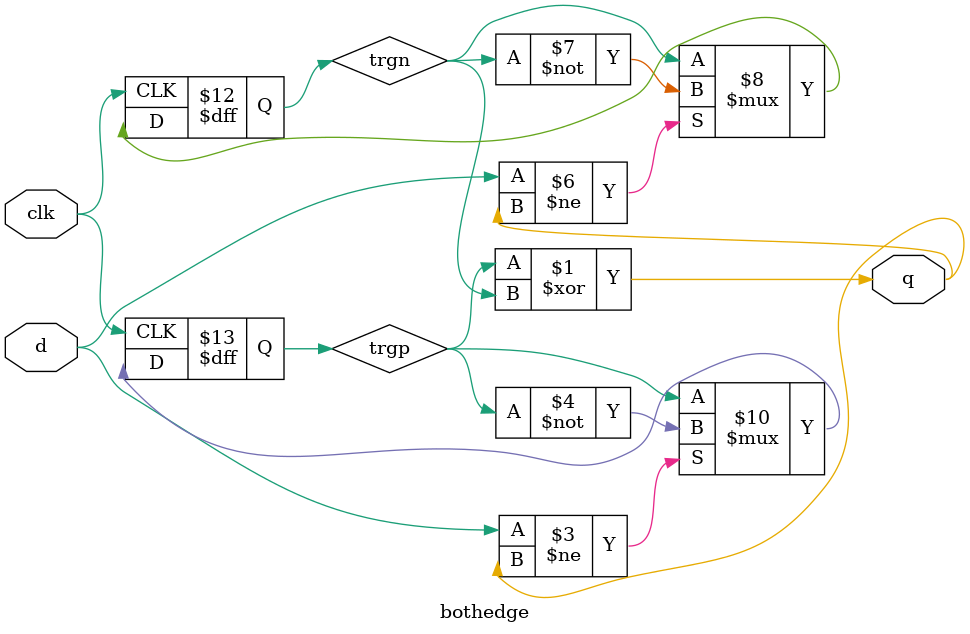
<source format=v>
module bothedge(
	input  wire clk,
	input  wire d,
	output wire q
);
	reg trgp, trgn;
	assign q = trgp ^ trgn;
	always @(posedge clk)
	if( d!=q )
		trgp <= ~trgp;
	always @(negedge clk)
	if( d!=q )
		trgn <= ~trgn;
endmodule
</source>
